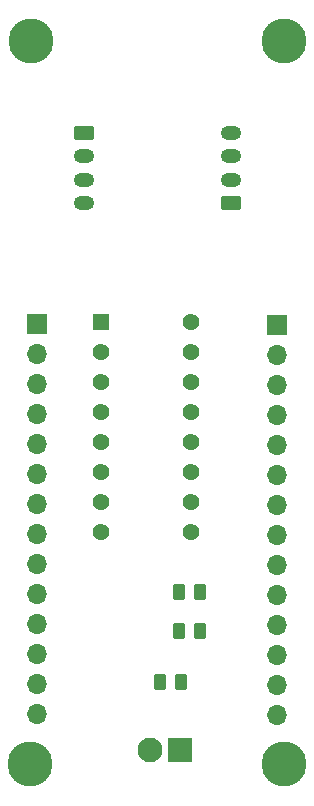
<source format=gbr>
%TF.GenerationSoftware,KiCad,Pcbnew,7.0.2-0*%
%TF.CreationDate,2024-02-15T09:00:13-05:00*%
%TF.ProjectId,Turbidity_v13,54757262-6964-4697-9479-5f7631332e6b,13*%
%TF.SameCoordinates,Original*%
%TF.FileFunction,Soldermask,Top*%
%TF.FilePolarity,Negative*%
%FSLAX46Y46*%
G04 Gerber Fmt 4.6, Leading zero omitted, Abs format (unit mm)*
G04 Created by KiCad (PCBNEW 7.0.2-0) date 2024-02-15 09:00:13*
%MOMM*%
%LPD*%
G01*
G04 APERTURE LIST*
G04 Aperture macros list*
%AMRoundRect*
0 Rectangle with rounded corners*
0 $1 Rounding radius*
0 $2 $3 $4 $5 $6 $7 $8 $9 X,Y pos of 4 corners*
0 Add a 4 corners polygon primitive as box body*
4,1,4,$2,$3,$4,$5,$6,$7,$8,$9,$2,$3,0*
0 Add four circle primitives for the rounded corners*
1,1,$1+$1,$2,$3*
1,1,$1+$1,$4,$5*
1,1,$1+$1,$6,$7*
1,1,$1+$1,$8,$9*
0 Add four rect primitives between the rounded corners*
20,1,$1+$1,$2,$3,$4,$5,0*
20,1,$1+$1,$4,$5,$6,$7,0*
20,1,$1+$1,$6,$7,$8,$9,0*
20,1,$1+$1,$8,$9,$2,$3,0*%
G04 Aperture macros list end*
%ADD10R,2.100000X2.100000*%
%ADD11C,2.100000*%
%ADD12RoundRect,0.250000X-0.262500X-0.450000X0.262500X-0.450000X0.262500X0.450000X-0.262500X0.450000X0*%
%ADD13C,3.800000*%
%ADD14R,1.425000X1.425000*%
%ADD15C,1.425000*%
%ADD16R,1.700000X1.700000*%
%ADD17O,1.700000X1.700000*%
%ADD18RoundRect,0.250000X0.262500X0.450000X-0.262500X0.450000X-0.262500X-0.450000X0.262500X-0.450000X0*%
%ADD19RoundRect,0.250000X-0.625000X0.350000X-0.625000X-0.350000X0.625000X-0.350000X0.625000X0.350000X0*%
%ADD20O,1.750000X1.200000*%
%ADD21RoundRect,0.250000X0.625000X-0.350000X0.625000X0.350000X-0.625000X0.350000X-0.625000X-0.350000X0*%
G04 APERTURE END LIST*
D10*
%TO.C,J1*%
X151333200Y-120091200D03*
D11*
X148793200Y-120091200D03*
%TD*%
D12*
%TO.C,R1*%
X151235400Y-109982000D03*
X153060400Y-109982000D03*
%TD*%
D13*
%TO.C,REF\u002A\u002A*%
X138633200Y-121310400D03*
%TD*%
D14*
%TO.C,IC1*%
X144653000Y-83820000D03*
D15*
X144653000Y-86360000D03*
X144653000Y-88900000D03*
X144653000Y-91440000D03*
X144653000Y-93980000D03*
X144653000Y-96520000D03*
X144653000Y-99060000D03*
X144653000Y-101600000D03*
X152273000Y-101600000D03*
X152273000Y-99060000D03*
X152273000Y-96520000D03*
X152273000Y-93980000D03*
X152273000Y-91440000D03*
X152273000Y-88900000D03*
X152273000Y-86360000D03*
X152273000Y-83820000D03*
%TD*%
D16*
%TO.C,J4*%
X159512000Y-84074000D03*
D17*
X159512000Y-86614000D03*
X159512000Y-89154000D03*
X159512000Y-91694000D03*
X159512000Y-94234000D03*
X159512000Y-96774000D03*
X159512000Y-99314000D03*
X159512000Y-101854000D03*
X159512000Y-104394000D03*
X159512000Y-106934000D03*
X159512000Y-109474000D03*
X159512000Y-112014000D03*
X159512000Y-114554000D03*
X159512000Y-117094000D03*
%TD*%
D18*
%TO.C,R3*%
X151431000Y-114300000D03*
X149606000Y-114300000D03*
%TD*%
D13*
%TO.C,REF\u002A\u002A*%
X160147000Y-60071000D03*
%TD*%
D19*
%TO.C,J3*%
X143205200Y-67815200D03*
D20*
X143205200Y-69815200D03*
X143205200Y-71815200D03*
X143205200Y-73815200D03*
%TD*%
D13*
%TO.C,REF\u002A\u002A*%
X138684000Y-60071000D03*
%TD*%
D21*
%TO.C,J2*%
X155690400Y-73818000D03*
D20*
X155690400Y-71818000D03*
X155690400Y-69818000D03*
X155690400Y-67818000D03*
%TD*%
D18*
%TO.C,R2*%
X153056600Y-106680000D03*
X151231600Y-106680000D03*
%TD*%
D16*
%TO.C,J5*%
X139242800Y-84023200D03*
D17*
X139242800Y-86563200D03*
X139242800Y-89103200D03*
X139242800Y-91643200D03*
X139242800Y-94183200D03*
X139242800Y-96723200D03*
X139242800Y-99263200D03*
X139242800Y-101803200D03*
X139242800Y-104343200D03*
X139242800Y-106883200D03*
X139242800Y-109423200D03*
X139242800Y-111963200D03*
X139242800Y-114503200D03*
X139242800Y-117043200D03*
%TD*%
D13*
%TO.C,REF\u002A\u002A*%
X160147000Y-121310400D03*
%TD*%
M02*

</source>
